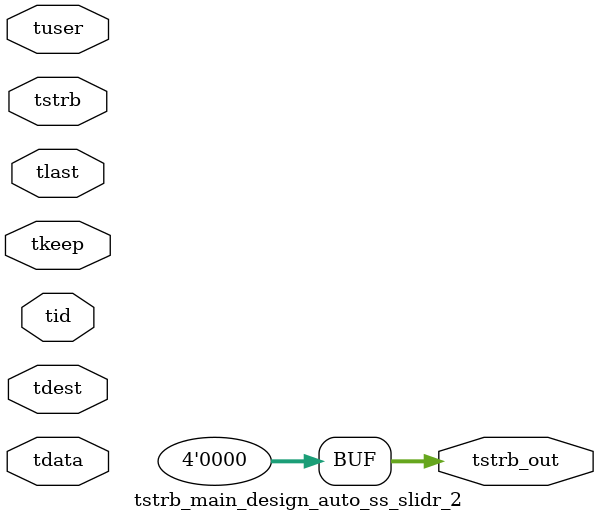
<source format=v>


`timescale 1ps/1ps

module tstrb_main_design_auto_ss_slidr_2 #
(
parameter C_S_AXIS_TDATA_WIDTH = 32,
parameter C_S_AXIS_TUSER_WIDTH = 0,
parameter C_S_AXIS_TID_WIDTH   = 0,
parameter C_S_AXIS_TDEST_WIDTH = 0,
parameter C_M_AXIS_TDATA_WIDTH = 32
)
(
input  [(C_S_AXIS_TDATA_WIDTH == 0 ? 1 : C_S_AXIS_TDATA_WIDTH)-1:0     ] tdata,
input  [(C_S_AXIS_TUSER_WIDTH == 0 ? 1 : C_S_AXIS_TUSER_WIDTH)-1:0     ] tuser,
input  [(C_S_AXIS_TID_WIDTH   == 0 ? 1 : C_S_AXIS_TID_WIDTH)-1:0       ] tid,
input  [(C_S_AXIS_TDEST_WIDTH == 0 ? 1 : C_S_AXIS_TDEST_WIDTH)-1:0     ] tdest,
input  [(C_S_AXIS_TDATA_WIDTH/8)-1:0 ] tkeep,
input  [(C_S_AXIS_TDATA_WIDTH/8)-1:0 ] tstrb,
input                                                                    tlast,
output [(C_M_AXIS_TDATA_WIDTH/8)-1:0 ] tstrb_out
);

assign tstrb_out = {1'b0};

endmodule


</source>
